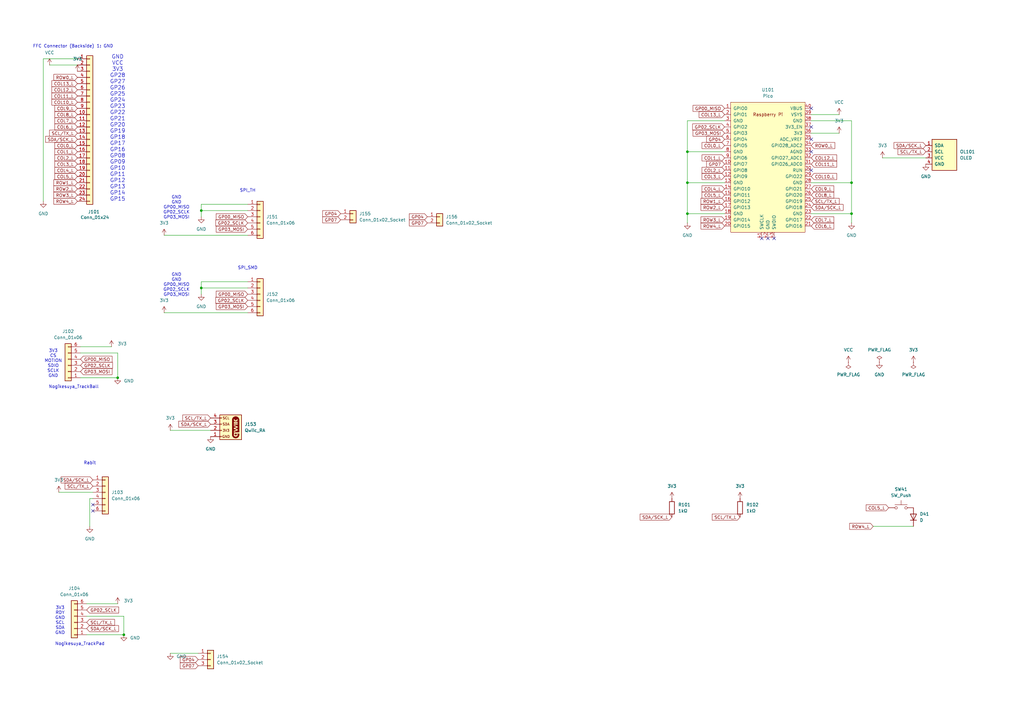
<source format=kicad_sch>
(kicad_sch (version 20250114) (generator "eeschema") (generator_version "9.0")
  (paper "A3")
  (lib_symbols
    (symbol "BrownSugar_KBD:OLED" (pin_names (offset 1.016))
      (property "Reference" "OL" (at 0 7.62 0))
      (property "Value" "OLED" (at 0 -7.62 0))
      (symbol "OLED_0_1"
        (rectangle (start -5.08 6.35) (end 5.08 -6.35) (stroke (width 0.254)) (fill (type background)))
      )
      (symbol "OLED_1_1"
        (pin bidirectional line (at -7.62 3.81 0) (length 2.54) (name "SDA") (number "1"))
        (pin bidirectional line (at -7.62 1.27 0) (length 2.54) (name "SCL") (number "2"))
        (pin power_in line (at -7.62 -1.27 0) (length 2.54) (name "VCC") (number "3"))
        (pin power_in line (at -7.62 -3.81 0) (length 2.54) (name "GND") (number "4"))
      )
    )
    (symbol "Connector_Generic:Conn_01x02" (pin_names (offset 1.016) (hide yes))
      (property "Reference" "J" (at 0 2.54 0))
      (property "Value" "Conn_01x02" (at 0 -5.08 0))
      (symbol "Conn_01x02_1_1"
        (rectangle (start -1.27 1.27) (end 1.27 -3.81) (stroke (width 0.254)) (fill (type background)))
        (rectangle (start -1.27 0.127) (end 0 -0.127) (stroke (width 0.1524)))
        (rectangle (start -1.27 -2.413) (end 0 -2.667) (stroke (width 0.1524)))
        (pin passive line (at -5.08 0 0) (length 3.81) (name "Pin_1") (number "1"))
        (pin passive line (at -5.08 -2.54 0) (length 3.81) (name "Pin_2") (number "2"))
      )
    )
    (symbol "Connector_Generic:Conn_01x03" (pin_names (offset 1.016) (hide yes))
      (property "Reference" "J" (at 0 5.08 0))
      (property "Value" "Conn_01x03" (at 0 -5.08 0))
      (symbol "Conn_01x03_1_1"
        (rectangle (start -1.27 3.81) (end 1.27 -3.81) (stroke (width 0.254)) (fill (type background)))
        (rectangle (start -1.27 2.667) (end 0 2.413) (stroke (width 0.1524)))
        (rectangle (start -1.27 0.127) (end 0 -0.127) (stroke (width 0.1524)))
        (rectangle (start -1.27 -2.413) (end 0 -2.667) (stroke (width 0.1524)))
        (pin passive line (at -5.08 2.54 0) (length 3.81) (name "Pin_1") (number "1"))
        (pin passive line (at -5.08 0 0) (length 3.81) (name "Pin_2") (number "2"))
        (pin passive line (at -5.08 -2.54 0) (length 3.81) (name "Pin_3") (number "3"))
      )
    )
    (symbol "Connector_Generic:Conn_01x06" (pin_names (offset 1.016) (hide yes))
      (property "Reference" "J" (at 0 7.62 0))
      (property "Value" "Conn_01x06" (at 0 -10.16 0))
      (symbol "Conn_01x06_1_1"
        (rectangle (start -1.27 6.35) (end 1.27 -8.89) (stroke (width 0.254)) (fill (type background)))
        (rectangle (start -1.27 5.207) (end 0 4.953) (stroke (width 0.1524)))
        (rectangle (start -1.27 2.667) (end 0 2.413) (stroke (width 0.1524)))
        (rectangle (start -1.27 0.127) (end 0 -0.127) (stroke (width 0.1524)))
        (rectangle (start -1.27 -2.413) (end 0 -2.667) (stroke (width 0.1524)))
        (rectangle (start -1.27 -4.953) (end 0 -5.207) (stroke (width 0.1524)))
        (rectangle (start -1.27 -7.493) (end 0 -7.747) (stroke (width 0.1524)))
        (pin passive line (at -5.08 5.08 0) (length 3.81) (name "Pin_1") (number "1"))
        (pin passive line (at -5.08 2.54 0) (length 3.81) (name "Pin_2") (number "2"))
        (pin passive line (at -5.08 0 0) (length 3.81) (name "Pin_3") (number "3"))
        (pin passive line (at -5.08 -2.54 0) (length 3.81) (name "Pin_4") (number "4"))
        (pin passive line (at -5.08 -5.08 0) (length 3.81) (name "Pin_5") (number "5"))
        (pin passive line (at -5.08 -7.62 0) (length 3.81) (name "Pin_6") (number "6"))
      )
    )
    (symbol "Connector_Generic:Conn_01x24" (pin_names (offset 1.016) (hide yes))
      (property "Reference" "J" (at 0 30.48 0))
      (property "Value" "Conn_01x24" (at 0 -33.02 0))
      (symbol "Conn_01x24_1_1"
        (rectangle (start -1.27 29.21) (end 1.27 -31.75) (stroke (width 0.254)) (fill (type background)))
        (rectangle (start -1.27 28.067) (end 0 27.813) (stroke (width 0.1524)))
        (rectangle (start -1.27 25.527) (end 0 25.273) (stroke (width 0.1524)))
        (rectangle (start -1.27 22.987) (end 0 22.733) (stroke (width 0.1524)))
        (rectangle (start -1.27 20.447) (end 0 20.193) (stroke (width 0.1524)))
        (rectangle (start -1.27 17.907) (end 0 17.653) (stroke (width 0.1524)))
        (rectangle (start -1.27 15.367) (end 0 15.113) (stroke (width 0.1524)))
        (rectangle (start -1.27 12.827) (end 0 12.573) (stroke (width 0.1524)))
        (rectangle (start -1.27 10.287) (end 0 10.033) (stroke (width 0.1524)))
        (rectangle (start -1.27 7.747) (end 0 7.493) (stroke (width 0.1524)))
        (rectangle (start -1.27 5.207) (end 0 4.953) (stroke (width 0.1524)))
        (rectangle (start -1.27 2.667) (end 0 2.413) (stroke (width 0.1524)))
        (rectangle (start -1.27 0.127) (end 0 -0.127) (stroke (width 0.1524)))
        (rectangle (start -1.27 -2.413) (end 0 -2.667) (stroke (width 0.1524)))
        (rectangle (start -1.27 -4.953) (end 0 -5.207) (stroke (width 0.1524)))
        (rectangle (start -1.27 -7.493) (end 0 -7.747) (stroke (width 0.1524)))
        (rectangle (start -1.27 -10.033) (end 0 -10.287) (stroke (width 0.1524)))
        (rectangle (start -1.27 -12.573) (end 0 -12.827) (stroke (width 0.1524)))
        (rectangle (start -1.27 -15.113) (end 0 -15.367) (stroke (width 0.1524)))
        (rectangle (start -1.27 -17.653) (end 0 -17.907) (stroke (width 0.1524)))
        (rectangle (start -1.27 -20.193) (end 0 -20.447) (stroke (width 0.1524)))
        (rectangle (start -1.27 -22.733) (end 0 -22.987) (stroke (width 0.1524)))
        (rectangle (start -1.27 -25.273) (end 0 -25.527) (stroke (width 0.1524)))
        (rectangle (start -1.27 -27.813) (end 0 -28.067) (stroke (width 0.1524)))
        (rectangle (start -1.27 -30.353) (end 0 -30.607) (stroke (width 0.1524)))
        (pin passive line (at -5.08 27.94 0) (length 3.81) (name "Pin_1") (number "1"))
        (pin passive line (at -5.08 25.4 0) (length 3.81) (name "Pin_2") (number "2"))
        (pin passive line (at -5.08 22.86 0) (length 3.81) (name "Pin_3") (number "3"))
        (pin passive line (at -5.08 20.32 0) (length 3.81) (name "Pin_4") (number "4"))
        (pin passive line (at -5.08 17.78 0) (length 3.81) (name "Pin_5") (number "5"))
        (pin passive line (at -5.08 15.24 0) (length 3.81) (name "Pin_6") (number "6"))
        (pin passive line (at -5.08 12.7 0) (length 3.81) (name "Pin_7") (number "7"))
        (pin passive line (at -5.08 10.16 0) (length 3.81) (name "Pin_8") (number "8"))
        (pin passive line (at -5.08 7.62 0) (length 3.81) (name "Pin_9") (number "9"))
        (pin passive line (at -5.08 5.08 0) (length 3.81) (name "Pin_10") (number "10"))
        (pin passive line (at -5.08 2.54 0) (length 3.81) (name "Pin_11") (number "11"))
        (pin passive line (at -5.08 0 0) (length 3.81) (name "Pin_12") (number "12"))
        (pin passive line (at -5.08 -2.54 0) (length 3.81) (name "Pin_13") (number "13"))
        (pin passive line (at -5.08 -5.08 0) (length 3.81) (name "Pin_14") (number "14"))
        (pin passive line (at -5.08 -7.62 0) (length 3.81) (name "Pin_15") (number "15"))
        (pin passive line (at -5.08 -10.16 0) (length 3.81) (name "Pin_16") (number "16"))
        (pin passive line (at -5.08 -12.7 0) (length 3.81) (name "Pin_17") (number "17"))
        (pin passive line (at -5.08 -15.24 0) (length 3.81) (name "Pin_18") (number "18"))
        (pin passive line (at -5.08 -17.78 0) (length 3.81) (name "Pin_19") (number "19"))
        (pin passive line (at -5.08 -20.32 0) (length 3.81) (name "Pin_20") (number "20"))
        (pin passive line (at -5.08 -22.86 0) (length 3.81) (name "Pin_21") (number "21"))
        (pin passive line (at -5.08 -25.4 0) (length 3.81) (name "Pin_22") (number "22"))
        (pin passive line (at -5.08 -27.94 0) (length 3.81) (name "Pin_23") (number "23"))
        (pin passive line (at -5.08 -30.48 0) (length 3.81) (name "Pin_24") (number "24"))
      )
    )
    (symbol "Device:D" (pin_numbers (hide yes)) (pin_names (offset 1.016) (hide yes))
      (property "Reference" "D" (at 0 2.54 0))
      (property "Value" "D" (at 0 -2.54 0))
      (symbol "D_0_1"
        (polyline (pts (xy -1.27 1.27) (xy -1.27 -1.27)) (stroke (width 0.254)))
        (polyline (pts (xy 1.27 1.27) (xy 1.27 -1.27) (xy -1.27 0) (xy 1.27 1.27)) (stroke (width 0.254)))
        (polyline (pts (xy 1.27 0) (xy -1.27 0)))
      )
      (symbol "D_1_1"
        (pin passive line (at -3.81 0 0) (length 2.54) (name "K") (number "1"))
        (pin passive line (at 3.81 0 180) (length 2.54) (name "A") (number "2"))
      )
    )
    (symbol "Device:R" (pin_numbers (hide yes)) (pin_names (offset 0))
      (property "Reference" "R" (at 2.032 0 90))
      (property "Value" "R" (at 0 0 90))
      (symbol "R_0_1"
        (rectangle (start -1.016 -2.54) (end 1.016 2.54) (stroke (width 0.254)))
      )
      (symbol "R_1_1"
        (pin passive line (at 0 3.81 270) (length 1.27) (name "~") (number "1"))
        (pin passive line (at 0 -3.81 90) (length 1.27) (name "~") (number "2"))
      )
    )
    (symbol "RPi_Pico:Pico" (pin_names (offset 1.016))
      (property "Reference" "U" (at -13.97 27.94 0))
      (property "Value" "Pico" (at 0 19.05 0))
      (symbol "Pico_0_0"
        (text "Raspberry Pi" (at 0 21.59 0) (effects (font (size 1.27 1.27))))
      )
      (symbol "Pico_0_1"
        (rectangle (start -15.24 26.67) (end 15.24 -26.67) (fill (type background)))
      )
      (symbol "Pico_1_1"
        (pin bidirectional line (at -17.78 24.13 0) (length 2.54) (name "GPIO0") (number "1"))
        (pin bidirectional line (at -17.78 21.59 0) (length 2.54) (name "GPIO1") (number "2"))
        (pin power_in line (at -17.78 19.05 0) (length 2.54) (name "GND") (number "3"))
        (pin bidirectional line (at -17.78 16.51 0) (length 2.54) (name "GPIO2") (number "4"))
        (pin bidirectional line (at -17.78 13.97 0) (length 2.54) (name "GPIO3") (number "5"))
        (pin bidirectional line (at -17.78 11.43 0) (length 2.54) (name "GPIO4") (number "6"))
        (pin bidirectional line (at -17.78 8.89 0) (length 2.54) (name "GPIO5") (number "7"))
        (pin power_in line (at -17.78 6.35 0) (length 2.54) (name "GND") (number "8"))
        (pin bidirectional line (at -17.78 3.81 0) (length 2.54) (name "GPIO6") (number "9"))
        (pin bidirectional line (at -17.78 1.27 0) (length 2.54) (name "GPIO7") (number "10"))
        (pin bidirectional line (at -17.78 -1.27 0) (length 2.54) (name "GPIO8") (number "11"))
        (pin bidirectional line (at -17.78 -3.81 0) (length 2.54) (name "GPIO9") (number "12"))
        (pin power_in line (at -17.78 -6.35 0) (length 2.54) (name "GND") (number "13"))
        (pin bidirectional line (at -17.78 -8.89 0) (length 2.54) (name "GPIO10") (number "14"))
        (pin bidirectional line (at -17.78 -11.43 0) (length 2.54) (name "GPIO11") (number "15"))
        (pin bidirectional line (at -17.78 -13.97 0) (length 2.54) (name "GPIO12") (number "16"))
        (pin bidirectional line (at -17.78 -16.51 0) (length 2.54) (name "GPIO13") (number "17"))
        (pin power_in line (at -17.78 -19.05 0) (length 2.54) (name "GND") (number "18"))
        (pin bidirectional line (at -17.78 -21.59 0) (length 2.54) (name "GPIO14") (number "19"))
        (pin bidirectional line (at -17.78 -24.13 0) (length 2.54) (name "GPIO15") (number "20"))
        (pin input line (at -2.54 -29.21 90) (length 2.54) (name "SWCLK") (number "41"))
        (pin power_in line (at 0 -29.21 90) (length 2.54) (name "GND") (number "42"))
        (pin bidirectional line (at 2.54 -29.21 90) (length 2.54) (name "SWDIO") (number "43"))
        (pin unspecified line (at 17.78 24.13 180) (length 2.54) (name "VBUS") (number "40"))
        (pin unspecified line (at 17.78 21.59 180) (length 2.54) (name "VSYS") (number "39"))
        (pin bidirectional line (at 17.78 19.05 180) (length 2.54) (name "GND") (number "38"))
        (pin input line (at 17.78 16.51 180) (length 2.54) (name "3V3_EN") (number "37"))
        (pin unspecified line (at 17.78 13.97 180) (length 2.54) (name "3V3") (number "36"))
        (pin unspecified line (at 17.78 11.43 180) (length 2.54) (name "ADC_VREF") (number "35"))
        (pin bidirectional line (at 17.78 8.89 180) (length 2.54) (name "GPIO28_ADC2") (number "34"))
        (pin power_in line (at 17.78 6.35 180) (length 2.54) (name "AGND") (number "33"))
        (pin bidirectional line (at 17.78 3.81 180) (length 2.54) (name "GPIO27_ADC1") (number "32"))
        (pin bidirectional line (at 17.78 1.27 180) (length 2.54) (name "GPIO26_ADC0") (number "31"))
        (pin input line (at 17.78 -1.27 180) (length 2.54) (name "RUN") (number "30"))
        (pin bidirectional line (at 17.78 -3.81 180) (length 2.54) (name "GPIO22") (number "29"))
        (pin power_in line (at 17.78 -6.35 180) (length 2.54) (name "GND") (number "28"))
        (pin bidirectional line (at 17.78 -8.89 180) (length 2.54) (name "GPIO21") (number "27"))
        (pin bidirectional line (at 17.78 -11.43 180) (length 2.54) (name "GPIO20") (number "26"))
        (pin bidirectional line (at 17.78 -13.97 180) (length 2.54) (name "GPIO19") (number "25"))
        (pin bidirectional line (at 17.78 -16.51 180) (length 2.54) (name "GPIO18") (number "24"))
        (pin power_in line (at 17.78 -19.05 180) (length 2.54) (name "GND") (number "23"))
        (pin bidirectional line (at 17.78 -21.59 180) (length 2.54) (name "GPIO17") (number "22"))
        (pin bidirectional line (at 17.78 -24.13 180) (length 2.54) (name "GPIO16") (number "21"))
      )
    )
    (symbol "SparkFun-Connector:Qwiic_Right_Angle" (pin_names (offset 1.016) (hide yes))
      (property "Reference" "J" (at 0 5.08 0))
      (property "Value" "Qwiic_RA" (at 0 -7.62 0))
      (symbol "Qwiic_Right_Angle_0_0"
        (polyline (pts (xy 5.6514 -4.1459) (xy 5.6299 -4.0654) (xy 5.5924 -3.9985) (xy 5.5373 -3.9428) (xy 5.4632 -3.8962) (xy 5.4394 -3.8843) (xy 5.402 -3.8678) (xy 5.3681 -3.8578) (xy 5.3294 -3.8521) (xy 5.2774 -3.8485) (xy 5.2184 -3.8474) (xy 5.1227 -3.8564) (xy 5.0405 -3.8803) (xy 4.9695 -3.9199) (xy 4.9078 -3.9759) (xy 4.8937 -3.9923) (xy 4.8535 -4.0549) (xy 4.8308 -4.124) (xy 4.8237 -4.2048) (xy 4.8239 -4.222) (xy 4.8343 -4.3011) (xy 4.8608 -4.3692) (xy 4.9051 -4.4308) (xy 4.9328 -4.4589) (xy 5.0009 -4.509) (xy 5.0793 -4.5424) (xy 5.1699 -4.5595) (xy 5.2745 -4.5612) (xy 5.3262 -4.5564) (xy 5.4199 -4.5347) (xy 5.4992 -4.4971) (xy 5.5638 -4.444) (xy 5.6131 -4.3757) (xy 5.6467 -4.2926) (xy 5.65 -4.2788) (xy 5.656 -4.2325) (xy 5.6563 -4.1875) (xy 5.6514 -4.1459)) (stroke (width 0.01)) (fill (type outline)))
        (polyline (pts (xy 6.6693 -0.6791) (xy 6.666 1.9332) (xy 6.6418 2.0386) (xy 6.6301 2.0866) (xy 6.5791 2.2527) (xy 6.5141 2.404) (xy 6.4337 2.5432) (xy 6.3364 2.673) (xy 6.2208 2.7959) (xy 6.1699 2.8428) (xy 6.0305 2.9527) (xy 5.8839 3.0422) (xy 5.7295 3.1115) (xy 5.5668 3.1608) (xy 5.3953 3.1902) (xy 5.2146 3.1999) (xy 5.1695 3.1994) (xy 5.0056 3.1868) (xy 4.8507 3.1568) (xy 4.7006 3.1083) (xy 4.5508 3.0404) (xy 4.5104 3.0187) (xy 4.3609 2.9237) (xy 4.2262 2.8129) (xy 4.1067 2.6872) (xy 4.0032 2.5475) (xy 3.9162 2.3947) (xy 3.8466 2.2295) (xy 3.7947 2.0528) (xy 3.7931 2.0453) (xy 3.7912 2.0356) (xy 3.7895 2.0242) (xy 3.7879 2.0106) (xy 3.7864 1.9938) (xy 3.785 1.9733) (xy 3.7837 1.9481) (xy 3.7825 1.9176) (xy 3.7815 1.8811) (xy 3.7805 1.8377) (xy 3.7796 1.7868) (xy 3.7789 1.7275) (xy 3.7781 1.6592) (xy 3.7775 1.5811) (xy 3.777 1.4925) (xy 3.7765 1.3925) (xy 3.7761 1.2805) (xy 3.7757 1.1557) (xy 3.7754 1.0174) (xy 3.7751 0.8648) (xy 3.7749 0.6972) (xy 3.7748 0.5138) (xy 3.7746 0.3139) (xy 3.7745 0.0967) (xy 3.7745 -0.1385) (xy 3.7744 -0.3925) (xy 3.7744 -0.666) (xy 3.7744 -0.9597) (xy 3.7744 -1.2744) (xy 3.7744 -4.5147) (xy 3.8041 -4.6318) (xy 3.8237 -4.7026) (xy 3.8837 -4.868) (xy 3.9606 -5.0206) (xy 4.0556 -5.1623) (xy 4.1695 -5.2947) (xy 4.2945 -5.4115) (xy 4.4355 -5.5159) (xy 4.5859 -5.6007) (xy 4.7459 -5.6661) (xy 4.916 -5.7122) (xy 5.0965 -5.7394) (xy 5.2571 -5.7442) (xy 5.4226 -5.7293) (xy 5.5891 -5.6949) (xy 5.7533 -5.6416) (xy 5.8236 -5.6121) (xy 5.9729 -5.5329) (xy 6.1112 -5.4365) (xy 6.237 -5.3244) (xy 6.3494 -5.1984) (xy 6.4469 -5.0601) (xy 6.5284 -4.9112) (xy 6.5926 -4.7532) (xy 6.6384 -4.5879) (xy 6.6645 -4.4168) (xy 6.6652 -4.405) (xy 6.6664 -4.3703) (xy 6.6676 -4.3199) (xy 6.6687 -4.2572) (xy 6.6696 -4.1859) (xy 6.6703 -4.1097) (xy 6.6721 -3.846) (xy 6.2655 -3.846) (xy 5.8589 -3.846) (xy 5.9219 -3.9104) (xy 5.9349 -3.9241) (xy 6.0001 -4.0112) (xy 6.0471 -4.1097) (xy 6.0754 -4.2189) (xy 6.085 -4.338) (xy 6.0781 -4.4509) (xy 6.0523 -4.5755) (xy 6.0066 -4.6941) (xy 5.952 -4.7864) (xy 5.8765 -4.8752) (xy 5.7858 -4.9517) (xy 5.6826 -5.0132) (xy 5.6313 -5.0372) (xy 5.5644 -5.0638) (xy 5.4981 -5.0834) (xy 5.4249 -5.0981) (xy 5.3375 -5.1098) (xy 5.2452 -5.1158) (xy 5.122 -5.1113) (xy 5.0004 -5.0938) (xy 4.8864 -5.0641) (xy 4.7856 -5.0232) (xy 4.6831 -4.9619) (xy 4.5878 -4.8817) (xy 4.5089 -4.7878) (xy 4.4472 -4.6811) (xy 4.4036 -4.5627) (xy 4.4031 -4.5611) (xy 4.3912 -4.4987) (xy 4.3845 -4.4244) (xy 4.3831 -4.3446) (xy 4.3869 -4.2661) (xy 4.3957 -4.1956) (xy 4.4094 -4.1396) (xy 4.4322 -4.082) (xy 4.485 -3.9879) (xy 4.5552 -3.9031) (xy 4.6109 -3.846) (xy 4.5052 -3.846) (xy 4.3996 -3.846) (xy 4.3996 -3.5687) (xy 4.3996 -3.2914) (xy 4.405 -3.2914) (xy 4.405 -3.2023) (xy 4.4021 -2.9296) (xy 4.4018 -2.8964) (xy 4.4015 -2.8076) (xy 4.4023 -2.7393) (xy 4.4041 -2.6908) (xy 4.407 -2.6611) (xy 4.4111 -2.6495) (xy 4.4137 -2.6484) (xy 4.434 -2.6418) (xy 4.4723 -2.6298) (xy 4.5268 -2.6132) (xy 4.5954 -2.5924) (xy 4.6761 -2.5683) (xy 4.767 -2.5412) (xy 4.866 -2.5118) (xy 4.9713 -2.4808) (xy 5.0173 -2.4672) (xy 5.119 -2.4369) (xy 5.2131 -2.4086) (xy 5.2977 -2.3828) (xy 5.3709 -2.3601) (xy 5.4307 -2.3411) (xy 5.4753 -2.3264) (xy 5.5029 -2.3166) (xy 5.5114 -2.3123) (xy 5.505 -2.3098) (xy 5.4796 -2.3016) (xy 5.4371 -2.2885) (xy 5.3794 -2.2711) (xy 5.3088 -2.2502) (xy 5.2275 -2.2264) (xy 5.1375 -2.2002) (xy 5.0411 -2.1724) (xy 4.9851 -2.1562) (xy 4.8864 -2.1278) (xy 4.7926 -2.1007) (xy 4.7062 -2.0757) (xy 4.63 -2.0536) (xy 4.5666 -2.0351) (xy 4.5187 -2.0211) (xy 4.4891 -2.0123) (xy 4.3992 -1.9852) (xy 4.4021 -1.7229) (xy 4.405 -1.4606) (xy 4.5844 -1.4084) (xy 4.6163 -1.3992) (xy 4.7739 -1.3533) (xy 4.9121 -1.3131) (xy 5.0321 -1.278) (xy 5.1352 -1.2478) (xy 5.2224 -1.2221) (xy 5.2951 -1.2004) (xy 5.3545 -1.1824) (xy 5.4018 -1.1676) (xy 5.4382 -1.1558) (xy 5.465 -1.1465) (xy 5.4834 -1.1392) (xy 5.4945 -1.1338) (xy 5.4997 -1.1296) (xy 5.5001 -1.1264) (xy 5.497 -1.1238) (xy 5.4915 -1.1214) (xy 5.4896 -1.1207) (xy 5.4687 -1.114) (xy 5.4296 -1.1019) (xy 5.3743 -1.0851) (xy 5.3049 -1.0643) (xy 5.2237 -1.04) (xy 5.1326 -1.013) (xy 5.0339 -0.9838) (xy 4.9297 -0.9531) (xy 4.3996 -0.7973) (xy 4.3996 -0.533) (xy 4.3997 -0.479) (xy 4.4004 -0.4111) (xy 4.4015 -0.3532) (xy 4.4029 -0.3082) (xy 4.4047 -0.279) (xy 4.4066 -0.2687) (xy 4.409 -0.2694) (xy 4.4284 -0.2761) (xy 4.4661 -0.2895) (xy 4.5204 -0.309) (xy 4.5899 -0.3341) (xy 4.6729 -0.3642) (xy 4.7681 -0.3988) (xy 4.8737 -0.4372) (xy 4.9883 -0.479) (xy 5.1104 -0.5236) (xy 5.2384 -0.5703) (xy 6.0632 -0.872) (xy 6.0632 -0.1926) (xy 5.2314 -0.1926) (xy 4.3996 -0.1926) (xy 4.3996 0.0793) (xy 4.3996 0.3511) (xy 5.2314 0.3511) (xy 6.0632 0.3511) (xy 6.0632 0.4598) (xy 5.2314 0.4598) (xy 4.3996 0.4598) (xy 4.3996 0.7317) (xy 4.3996 1.0035) (xy 5.2314 1.0035) (xy 5.2368 1.0035) (xy 5.2368 1.1177) (xy 5.1465 1.1192) (xy 5.0667 1.1248) (xy 4.9975 1.1357) (xy 4.9332 1.1532) (xy 4.8683 1.1784) (xy 4.7971 1.2126) (xy 4.7662 1.2298) (xy 4.6808 1.2903) (xy 4.6008 1.3651) (xy 4.5314 1.4489) (xy 4.4781 1.5363) (xy 4.4686 1.5557) (xy 4.4306 1.6462) (xy 4.4052 1.7353) (xy 4.3905 1.8304) (xy 4.385 1.9386) (xy 4.3833 2.0745) (xy 4.6089 2.0775) (xy 4.8345 2.0804) (xy 4.8348 1.9959) (xy 4.8368 1.9483) (xy 4.8488 1.8858) (xy 4.8738 1.8316) (xy 4.9144 1.7788) (xy 4.9734 1.7289) (xy 5.0458 1.6921) (xy 5.1277 1.6689) (xy 5.215 1.6593) (xy 5.3038 1.6635) (xy 5.3902 1.6815) (xy 5.4702 1.7136) (xy 5.54 1.7597) (xy 5.5733 1.7923) (xy 5.6073 1.844) (xy 5.628 1.9066) (xy 5.6372 1.9843) (xy 5.6418 2.0804) (xy 5.8607 2.0775) (xy 6.0795 2.0745) (xy 6.0811 1.9712) (xy 6.0811 1.9207) (xy 6.0739 1.8134) (xy 6.0554 1.7157) (xy 6.024 1.6204) (xy 5.9781 1.5204) (xy 5.9341 1.4457) (xy 5.8571 1.3499) (xy 5.7651 1.2695) (xy 5.6591 1.2056) (xy 5.6251 1.1892) (xy 5.5646 1.1627) (xy 5.5097 1.1435) (xy 5.4549 1.1305) (xy 5.3948 1.1226) (xy 5.3239 1.1188) (xy 5.2368 1.1177) (xy 5.2368 1.0035) (xy 6.0632 1.0035) (xy 6.0632 0.7317) (xy 6.0632 0.4598) (xy 6.0632 0.3511) (xy 6.0632 0.0793) (xy 6.0632 -0.1926) (xy 6.0632 -0.872) (xy 6.0632 -1.1439) (xy 6.0632 -1.4158) (xy 5.552 -1.5728) (xy 5.5357 -1.5778) (xy 5.4361 -1.6086) (xy 5.3436 -1.6376) (xy 5.2603 -1.6641) (xy 5.1881 -1.6874) (xy 5.129 -1.707) (xy 5.0848 -1.7222) (xy 5.0575 -1.7324) (xy 5.0491 -1.7369) (xy 5.0493 -1.737) (xy 5.0624 -1.742) (xy 5.094 -1.7527) (xy 5.1423 -1.7684) (xy 5.2051 -1.7886) (xy 5.2803 -1.8124) (xy 5.3659 -1.8394) (xy 5.46 -1.8688) (xy 5.5603 -1.9) (xy 6.0632 -2.0559) (xy 6.063 -2.3284) (xy 6.0628 -2.601) (xy 5.2339 -2.9017) (xy 4.405 -3.2023) (xy 4.405 -3.2914) (xy 5.5361 -3.2914) (xy 6.6725 -3.2914) (xy 6.6693 -0.6791)) (stroke (width 0.01)) (fill (type outline)))
      )
      (symbol "Qwiic_Right_Angle_1_1"
        (rectangle (start -1.27 3.81) (end 7.62 -6.35) (stroke (width 0.254)) (fill (type background)))
        (rectangle (start -1.27 2.667) (end -0.508 2.413) (stroke (width 0.1524)))
        (rectangle (start -1.27 0.127) (end -0.508 -0.127) (stroke (width 0.1524)))
        (rectangle (start -1.27 -2.413) (end -0.508 -2.667) (stroke (width 0.1524)))
        (rectangle (start -1.27 -4.953) (end -0.508 -5.207) (stroke (width 0.1524)))
        (text "SCL" (at 1.27 2.54 0) (effects (font (size 1 1))))
        (text "SDA" (at 1.27 0 0) (effects (font (size 1 1))))
        (text "3V3" (at 1.27 -2.54 0) (effects (font (size 1 1))))
        (text "GND" (at 1.27 -5.08 0) (effects (font (size 1 1))))
        (pin passive line (at -5.08 2.54 0) (length 3.81) (name "Pin_4") (number "4"))
        (pin passive line (at -5.08 0 0) (length 3.81) (name "Pin_3") (number "3"))
        (pin passive line (at -5.08 -2.54 0) (length 3.81) (name "Pin_2") (number "2"))
        (pin passive line (at -5.08 -5.08 0) (length 3.81) (name "Pin_1") (number "1"))
        (pin no_connect line (at 5.08 3.81 270) (length 2.54) (hide yes) (name "NC") (number "NC1"))
        (pin no_connect line (at 6.35 3.81 270) (length 2.54) (hide yes) (name "NC") (number "NC2"))
      )
    )
    (symbol "Switch:SW_Push" (pin_numbers (hide yes)) (pin_names (offset 1.016) (hide yes))
      (property "Reference" "SW" (at 1.27 2.54 0))
      (property "Value" "SW_Push" (at 0 -1.524 0))
      (symbol "SW_Push_0_1"
        (circle (center -2.032 0) (radius 0.508))
        (polyline (pts (xy 0 1.27) (xy 0 3.048)))
        (circle (center 2.032 0) (radius 0.508))
        (polyline (pts (xy 2.54 1.27) (xy -2.54 1.27)))
        (pin passive line (at -5.08 0 0) (length 2.54) (name "1") (number "1"))
        (pin passive line (at 5.08 0 180) (length 2.54) (name "2") (number "2"))
      )
    )
    (symbol "power:GND" (power) (pin_numbers (hide yes)) (pin_names (offset 0) (hide yes))
      (property "Value" "GND" (at 0 -3.81 0))
      (symbol "GND_0_1"
        (polyline (pts (xy 0 0) (xy 0 -1.27) (xy 1.27 -1.27) (xy 0 -2.54) (xy -1.27 -1.27) (xy 0 -1.27)))
      )
      (symbol "GND_1_1"
        (pin power_in line (at 0 0 270) (length 0) (name "~") (number "1"))
      )
    )
    (symbol "power:PWR_FLAG" (power) (pin_numbers (hide yes)) (pin_names (offset 0) (hide yes))
      (property "Value" "PWR_FLAG" (at 0 3.81 0))
      (symbol "PWR_FLAG_0_0"
        (pin power_out line (at 0 0 90) (length 0) (name "~") (number "1"))
      )
      (symbol "PWR_FLAG_0_1"
        (polyline (pts (xy 0 0) (xy 0 1.27) (xy -1.016 1.905) (xy 0 2.54) (xy 1.016 1.905) (xy 0 1.27)))
      )
    )
    (symbol "power:VCC" (power) (pin_numbers (hide yes)) (pin_names (offset 0) (hide yes))
      (property "Value" "VCC" (at 0 3.556 0))
      (symbol "VCC_0_1"
        (polyline (pts (xy -0.762 1.27) (xy 0 2.54)))
        (polyline (pts (xy 0 2.54) (xy 0.762 1.27)))
        (polyline (pts (xy 0 0) (xy 0 2.54)))
      )
      (symbol "VCC_1_1"
        (pin power_in line (at 0 0 90) (length 0) (name "~") (number "1"))
      )
    )
  )
  (text "Nogikesuya_TrackPad" (at 32.766 264.16 0) (effects (font (size 1.27 1.27))))
  (text "SPI_SMD" (at 101.6 109.982 0) (effects (font (size 1.27 1.27))))
  (text "GND\nGND\nGP00_MISO\nGP02_SCLK\nGP03_MOSI" (at 72.39 85.09 0) (effects (font (size 1.27 1.27))))
  (text "Rabit" (at 36.83 189.992 0) (effects (font (size 1.27 1.27))))
  (text "3V3\nRDY\nGND\nSCL\nSDA\nGND" (at 24.638 254.508 0) (effects (font (size 1.27 1.27))))
  (text "SPI_TH" (at 101.6 78.232 0) (effects (font (size 1.27 1.27))))
  (text "Nogikesuya_TrackBall\n" (at 30.226 158.75 0) (effects (font (size 1.27 1.27))))
  (text "3V3\nCS\nMOTION\nSDIO\nSCLK\nGND" (at 21.844 149.098 0) (effects (font (size 1.27 1.27))))
  (text "FFC Connector (Backside) １: GND" (at 29.972 19.05 0) (effects (font (size 1.27 1.27))))
  (text "GND\nGND\nGP00_MISO\nGP02_SCLK\nGP03_MOSI" (at 72.39 116.84 0) (effects (font (size 1.27 1.27))))
  (text "GND\nVCC\n3V3\nGP28\nGP27\nGP26\nGP25\nGP24\nGP23\nGP22\nGP21\nGP20\nGP19\nGP18\nGP17\nGP16\nGP08\nGP09\nGP10\nGP11\nGP12\nGP13\nGP14\nGP15" (at 48.26 52.578 0) (effects (font (size 1.5748 1.5748))))
  (junction (at 281.94 74.93))
  (junction (at 349.25 74.93))
  (junction (at 82.55 86.36))
  (junction (at 48.26 154.94))
  (junction (at 349.25 87.63))
  (junction (at 281.94 62.23))
  (junction (at 281.94 87.63))
  (junction (at 82.55 118.11))
  (junction (at 50.8 260.35))
  (no_connect (at 317.5 97.79))
  (no_connect (at 332.74 69.85))
  (no_connect (at 332.74 44.45))
  (no_connect (at 38.1 207.01))
  (no_connect (at 332.74 52.07))
  (no_connect (at 314.96 97.79))
  (no_connect (at 312.42 97.79))
  (no_connect (at 38.1 209.55))
  (no_connect (at 332.74 62.23))
  (no_connect (at 332.74 57.15))
  (wire (pts (xy 297.18 49.53) (xy 281.94 49.53)))
  (wire (pts (xy 82.55 115.57) (xy 82.55 118.11)))
  (wire (pts (xy 67.31 96.52) (xy 101.6 96.52)))
  (wire (pts (xy 82.55 118.11) (xy 101.6 118.11)))
  (wire (pts (xy 349.25 49.53) (xy 349.25 74.93)))
  (wire (pts (xy 332.74 87.63) (xy 349.25 87.63)))
  (wire (pts (xy 281.94 87.63) (xy 297.18 87.63)))
  (wire (pts (xy 24.13 201.93) (xy 38.1 201.93)))
  (wire (pts (xy 349.25 91.44) (xy 349.25 87.63)))
  (wire (pts (xy 344.17 54.61) (xy 332.74 54.61)))
  (wire (pts (xy 82.55 118.11) (xy 82.55 120.65)))
  (wire (pts (xy 35.56 252.73) (xy 50.8 252.73)))
  (wire (pts (xy 349.25 74.93) (xy 349.25 87.63)))
  (wire (pts (xy 358.14 215.9) (xy 374.65 215.9)))
  (wire (pts (xy 33.02 144.78) (xy 48.26 144.78)))
  (wire (pts (xy 82.55 83.82) (xy 82.55 86.36)))
  (wire (pts (xy 17.78 24.13) (xy 17.78 82.55)))
  (wire (pts (xy 332.74 49.53) (xy 349.25 49.53)))
  (wire (pts (xy 48.26 144.78) (xy 48.26 154.94)))
  (wire (pts (xy 281.94 49.53) (xy 281.94 62.23)))
  (wire (pts (xy 82.55 86.36) (xy 101.6 86.36)))
  (wire (pts (xy 281.94 74.93) (xy 281.94 87.63)))
  (wire (pts (xy 69.85 176.53) (xy 86.36 176.53)))
  (wire (pts (xy 361.95 64.77) (xy 379.73 64.77)))
  (wire (pts (xy 69.85 267.97) (xy 81.28 267.97)))
  (wire (pts (xy 48.26 154.94) (xy 33.02 154.94)))
  (wire (pts (xy 20.32 26.67) (xy 31.75 26.67)))
  (wire (pts (xy 50.8 260.35) (xy 35.56 260.35)))
  (wire (pts (xy 36.83 204.47) (xy 38.1 204.47)))
  (wire (pts (xy 36.83 215.9) (xy 36.83 204.47)))
  (wire (pts (xy 344.17 46.99) (xy 332.74 46.99)))
  (wire (pts (xy 281.94 62.23) (xy 297.18 62.23)))
  (wire (pts (xy 281.94 74.93) (xy 297.18 74.93)))
  (wire (pts (xy 332.74 74.93) (xy 349.25 74.93)))
  (wire (pts (xy 82.55 86.36) (xy 82.55 88.9)))
  (wire (pts (xy 35.56 247.65) (xy 48.26 247.65)))
  (wire (pts (xy 33.02 142.24) (xy 45.72 142.24)))
  (wire (pts (xy 50.8 252.73) (xy 50.8 260.35)))
  (wire (pts (xy 67.31 128.27) (xy 101.6 128.27)))
  (wire (pts (xy 101.6 115.57) (xy 82.55 115.57)))
  (wire (pts (xy 31.75 24.13) (xy 17.78 24.13)))
  (wire (pts (xy 281.94 62.23) (xy 281.94 74.93)))
  (wire (pts (xy 101.6 83.82) (xy 82.55 83.82)))
  (wire (pts (xy 281.94 87.63) (xy 281.94 91.44)))
  (global_label "COL7_L" (shape input) (at 332.74 90.17 0) (property "Intersheetrefs" "${INTERSHEET_REFS}" (effects (hide yes))))
  (global_label "SCL{slash}TX_L" (shape input) (at 332.74 82.55 0) (property "Intersheetrefs" "${INTERSHEET_REFS}" (effects (hide yes))))
  (global_label "COL1_L" (shape input) (at 297.18 64.77 180) (property "Intersheetrefs" "${INTERSHEET_REFS}" (effects (hide yes))))
  (global_label "ROW4_L" (shape input) (at 31.75 82.55 180) (property "Intersheetrefs" "${INTERSHEET_REFS}" (effects (hide yes))))
  (global_label "COL11_L" (shape input) (at 31.75 39.37 180) (property "Intersheetrefs" "${INTERSHEET_REFS}" (effects (hide yes))))
  (global_label "GP00_MISO" (shape input) (at 33.02 147.32 0) (property "Intersheetrefs" "${INTERSHEET_REFS}" (effects (hide yes))))
  (global_label "GP02_SCLK" (shape input) (at 297.18 52.07 180) (property "Intersheetrefs" "${INTERSHEET_REFS}" (effects (hide yes))))
  (global_label "COL5_L" (shape input) (at 297.18 80.01 180) (property "Intersheetrefs" "${INTERSHEET_REFS}" (effects (hide yes))))
  (global_label "COL2_L" (shape input) (at 297.18 69.85 180) (property "Intersheetrefs" "${INTERSHEET_REFS}" (effects (hide yes))))
  (global_label "SCL{slash}TX_L" (shape input) (at 31.75 54.61 180) (property "Intersheetrefs" "${INTERSHEET_REFS}" (effects (hide yes))))
  (global_label "GP04" (shape input) (at 297.18 57.15 180) (property "Intersheetrefs" "${INTERSHEET_REFS}" (effects (hide yes))))
  (global_label "ROW0_L" (shape input) (at 332.74 59.69 0) (property "Intersheetrefs" "${INTERSHEET_REFS}" (effects (hide yes))))
  (global_label "ROW3_L" (shape input) (at 31.75 80.01 180) (property "Intersheetrefs" "${INTERSHEET_REFS}" (effects (hide yes))))
  (global_label "COL5_L" (shape input) (at 31.75 72.39 180) (property "Intersheetrefs" "${INTERSHEET_REFS}" (effects (hide yes))))
  (global_label "COL11_L" (shape input) (at 332.74 67.31 0) (property "Intersheetrefs" "${INTERSHEET_REFS}" (effects (hide yes))))
  (global_label "COL12_L" (shape input) (at 31.75 36.83 180) (property "Intersheetrefs" "${INTERSHEET_REFS}" (effects (hide yes))))
  (global_label "GP03_MOSI" (shape input) (at 33.02 152.4 0) (property "Intersheetrefs" "${INTERSHEET_REFS}" (effects (hide yes))))
  (global_label "COL1_L" (shape input) (at 31.75 62.23 180) (property "Intersheetrefs" "${INTERSHEET_REFS}" (effects (hide yes))))
  (global_label "COL3_L" (shape input) (at 31.75 67.31 180) (property "Intersheetrefs" "${INTERSHEET_REFS}" (effects (hide yes))))
  (global_label "ROW4_L" (shape input) (at 358.14 215.9 180) (property "Intersheetrefs" "${INTERSHEET_REFS}" (effects (hide yes))))
  (global_label "COL12_L" (shape input) (at 332.74 64.77 0) (property "Intersheetrefs" "${INTERSHEET_REFS}" (effects (hide yes))))
  (global_label "SDA{slash}SCK_L" (shape input) (at 31.75 57.15 180) (property "Intersheetrefs" "${INTERSHEET_REFS}" (effects (hide yes))))
  (global_label "COL2_L" (shape input) (at 31.75 64.77 180) (property "Intersheetrefs" "${INTERSHEET_REFS}" (effects (hide yes))))
  (global_label "ROW2_L" (shape input) (at 31.75 77.47 180) (property "Intersheetrefs" "${INTERSHEET_REFS}" (effects (hide yes))))
  (global_label "GP04" (shape input) (at 175.26 88.9 180) (property "Intersheetrefs" "${INTERSHEET_REFS}" (effects (hide yes))))
  (global_label "COL0_L" (shape input) (at 31.75 59.69 180) (property "Intersheetrefs" "${INTERSHEET_REFS}" (effects (hide yes))))
  (global_label "GP07" (shape input) (at 297.18 67.31 180) (property "Intersheetrefs" "${INTERSHEET_REFS}" (effects (hide yes))))
  (global_label "ROW1_L" (shape input) (at 31.75 74.93 180) (property "Intersheetrefs" "${INTERSHEET_REFS}" (effects (hide yes))))
  (global_label "COL8_L" (shape input) (at 31.75 46.99 180) (property "Intersheetrefs" "${INTERSHEET_REFS}" (effects (hide yes))))
  (global_label "COL4_L" (shape input) (at 297.18 77.47 180) (property "Intersheetrefs" "${INTERSHEET_REFS}" (effects (hide yes))))
  (global_label "SDA{slash}SCK_L" (shape input) (at 86.36 173.99 180) (property "Intersheetrefs" "${INTERSHEET_REFS}" (effects (hide yes))))
  (global_label "GP00_MISO" (shape input) (at 297.18 44.45 180) (property "Intersheetrefs" "${INTERSHEET_REFS}" (effects (hide yes))))
  (global_label "COL3_L" (shape input) (at 297.18 72.39 180) (property "Intersheetrefs" "${INTERSHEET_REFS}" (effects (hide yes))))
  (global_label "COL5_L" (shape input) (at 364.49 208.28 180) (property "Intersheetrefs" "${INTERSHEET_REFS}" (effects (hide yes))))
  (global_label "COL13_L" (shape input) (at 31.75 34.29 180) (property "Intersheetrefs" "${INTERSHEET_REFS}" (effects (hide yes))))
  (global_label "GP02_SCLK" (shape input) (at 101.6 123.19 180) (property "Intersheetrefs" "${INTERSHEET_REFS}" (effects (hide yes))))
  (global_label "GP02_SCLK" (shape input) (at 33.02 149.86 0) (property "Intersheetrefs" "${INTERSHEET_REFS}" (effects (hide yes))))
  (global_label "COL8_L" (shape input) (at 332.74 80.01 0) (property "Intersheetrefs" "${INTERSHEET_REFS}" (effects (hide yes))))
  (global_label "GP03_MOSI" (shape input) (at 101.6 93.98 180) (property "Intersheetrefs" "${INTERSHEET_REFS}" (effects (hide yes))))
  (global_label "SCL{slash}TX_L" (shape input) (at 379.73 62.23 180) (property "Intersheetrefs" "${INTERSHEET_REFS}" (effects (hide yes))))
  (global_label "ROW0_L" (shape input) (at 31.75 31.75 180) (property "Intersheetrefs" "${INTERSHEET_REFS}" (effects (hide yes))))
  (global_label "GP04" (shape input) (at 139.7 87.63 180) (property "Intersheetrefs" "${INTERSHEET_REFS}" (effects (hide yes))))
  (global_label "COL10_L" (shape input) (at 332.74 72.39 0) (property "Intersheetrefs" "${INTERSHEET_REFS}" (effects (hide yes))))
  (global_label "SCL{slash}TX_L" (shape input) (at 303.53 212.09 180) (property "Intersheetrefs" "${INTERSHEET_REFS}" (effects (hide yes))))
  (global_label "SDA{slash}SCK_L" (shape input) (at 35.56 257.81 0) (property "Intersheetrefs" "${INTERSHEET_REFS}" (effects (hide yes))))
  (global_label "GP07" (shape input) (at 139.7 90.17 180) (property "Intersheetrefs" "${INTERSHEET_REFS}" (effects (hide yes))))
  (global_label "SDA{slash}SCK_L" (shape input) (at 275.59 212.09 180) (property "Intersheetrefs" "${INTERSHEET_REFS}" (effects (hide yes))))
  (global_label "ROW2_L" (shape input) (at 297.18 85.09 180) (property "Intersheetrefs" "${INTERSHEET_REFS}" (effects (hide yes))))
  (global_label "COL7_L" (shape input) (at 31.75 49.53 180) (property "Intersheetrefs" "${INTERSHEET_REFS}" (effects (hide yes))))
  (global_label "GP02_SCLK" (shape input) (at 35.56 250.19 0) (property "Intersheetrefs" "${INTERSHEET_REFS}" (effects (hide yes))))
  (global_label "SCL{slash}TX_L" (shape input) (at 35.56 255.27 0) (property "Intersheetrefs" "${INTERSHEET_REFS}" (effects (hide yes))))
  (global_label "GP07" (shape input) (at 175.26 91.44 180) (property "Intersheetrefs" "${INTERSHEET_REFS}" (effects (hide yes))))
  (global_label "COL6_L" (shape input) (at 332.74 92.71 0) (property "Intersheetrefs" "${INTERSHEET_REFS}" (effects (hide yes))))
  (global_label "COL4_L" (shape input) (at 31.75 69.85 180) (property "Intersheetrefs" "${INTERSHEET_REFS}" (effects (hide yes))))
  (global_label "GP03_MOSI" (shape input) (at 297.18 54.61 180) (property "Intersheetrefs" "${INTERSHEET_REFS}" (effects (hide yes))))
  (global_label "COL0_L" (shape input) (at 297.18 59.69 180) (property "Intersheetrefs" "${INTERSHEET_REFS}" (effects (hide yes))))
  (global_label "GP02_SCLK" (shape input) (at 101.6 91.44 180) (property "Intersheetrefs" "${INTERSHEET_REFS}" (effects (hide yes))))
  (global_label "SDA{slash}SCK_L" (shape input) (at 379.73 59.69 180) (property "Intersheetrefs" "${INTERSHEET_REFS}" (effects (hide yes))))
  (global_label "COL10_L" (shape input) (at 31.75 41.91 180) (property "Intersheetrefs" "${INTERSHEET_REFS}" (effects (hide yes))))
  (global_label "SDA{slash}SCK_L" (shape input) (at 38.1 196.85 180) (property "Intersheetrefs" "${INTERSHEET_REFS}" (effects (hide yes))))
  (global_label "SCL{slash}TX_L" (shape input) (at 86.36 171.45 180) (property "Intersheetrefs" "${INTERSHEET_REFS}" (effects (hide yes))))
  (global_label "GP04" (shape input) (at 81.28 270.51 180) (property "Intersheetrefs" "${INTERSHEET_REFS}" (effects (hide yes))))
  (global_label "COL9_L" (shape input) (at 31.75 44.45 180) (property "Intersheetrefs" "${INTERSHEET_REFS}" (effects (hide yes))))
  (global_label "ROW3_L" (shape input) (at 297.18 90.17 180) (property "Intersheetrefs" "${INTERSHEET_REFS}" (effects (hide yes))))
  (global_label "GP03_MOSI" (shape input) (at 101.6 125.73 180) (property "Intersheetrefs" "${INTERSHEET_REFS}" (effects (hide yes))))
  (global_label "SDA{slash}SCK_L" (shape input) (at 332.74 85.09 0) (property "Intersheetrefs" "${INTERSHEET_REFS}" (effects (hide yes))))
  (global_label "COL13_L" (shape input) (at 297.18 46.99 180) (property "Intersheetrefs" "${INTERSHEET_REFS}" (effects (hide yes))))
  (global_label "GP07" (shape input) (at 81.28 273.05 180) (property "Intersheetrefs" "${INTERSHEET_REFS}" (effects (hide yes))))
  (global_label "COL9_L" (shape input) (at 332.74 77.47 0) (property "Intersheetrefs" "${INTERSHEET_REFS}" (effects (hide yes))))
  (global_label "GP00_MISO" (shape input) (at 101.6 120.65 180) (property "Intersheetrefs" "${INTERSHEET_REFS}" (effects (hide yes))))
  (global_label "ROW1_L" (shape input) (at 297.18 82.55 180) (property "Intersheetrefs" "${INTERSHEET_REFS}" (effects (hide yes))))
  (global_label "GP00_MISO" (shape input) (at 101.6 88.9 180) (property "Intersheetrefs" "${INTERSHEET_REFS}" (effects (hide yes))))
  (global_label "SCL{slash}TX_L" (shape input) (at 38.1 199.39 180) (property "Intersheetrefs" "${INTERSHEET_REFS}" (effects (hide yes))))
  (global_label "ROW4_L" (shape input) (at 297.18 92.71 180) (property "Intersheetrefs" "${INTERSHEET_REFS}" (effects (hide yes))))
  (global_label "COL6_L" (shape input) (at 31.75 52.07 180) (property "Intersheetrefs" "${INTERSHEET_REFS}" (effects (hide yes))))
  (symbol (lib_id "power:GND") (at 349.25 91.44 0) (unit 1)
    (property "Reference" "#PWR010" (effects (hide yes)))
    (property "Value" "GND" (at 349.25 96.52 0))
    (property "Description" "Power symbol creates a global label with name \"GND\" , ground" (effects (hide yes)))
  )
  (symbol (lib_id "power:GND") (at 86.36 179.07 0) (unit 1)
    (property "Reference" "#PWR07" (effects (hide yes)))
    (property "Value" "GND" (at 86.36 184.15 0))
    (property "Description" "Power symbol creates a global label with name \"GND\" , ground" (effects (hide yes)))
  )
  (symbol (lib_id "power:GND") (at 379.73 67.31 0) (unit 1)
    (property "Reference" "#PWR011" (effects (hide yes)))
    (property "Value" "GND" (at 379.73 72.39 0))
    (property "Description" "Power symbol creates a global label with name \"GND\" , ground" (effects (hide yes)))
  )
  (symbol (lib_id "power:GND") (at 281.94 91.44 0) (unit 1)
    (property "Reference" "#PWR021" (effects (hide yes)))
    (property "Value" "GND" (at 281.94 96.52 0))
    (property "Description" "Power symbol creates a global label with name \"GND\" , ground" (effects (hide yes)))
  )
  (symbol (lib_id "Connector_Generic:Conn_01x02") (at 144.78 87.63 0) (unit 1)
    (property "Reference" "J155" (at 147.32 87.6299 0) (effects (justify left)))
    (property "Value" "Conn_01x02_Socket" (at 147.32 90.1699 0) (effects (justify left)))
    (property "Footprint" "Connector_PinHeader_2.54mm:PinHeader_1x02_P2.54mm_Horizontal" (effects (hide yes)))
    (property "Description" "Generic connector, single row, 01x02, script generated (kicad-library-utils/schlib/autogen/connector/)" (effects (hide yes)))
  )
  (symbol (lib_id "Connector_Generic:Conn_01x03") (at 86.36 270.51 0) (unit 1)
    (property "Reference" "J154" (at 88.9 269.2399 0) (effects (justify left)))
    (property "Value" "Conn_01x02_Socket" (at 88.9 271.7799 0) (effects (justify left)))
    (property "Footprint" "Connector_Harwin:Harwin_M20-89003xx_1x03_P2.54mm_Horizontal" (effects (hide yes)))
    (property "Description" "Generic connector, single row, 01x03, script generated (kicad-library-utils/schlib/autogen/connector/)" (effects (hide yes)))
  )
  (symbol (lib_id "SparkFun-Connector:Qwiic_Right_Angle") (at 91.44 173.99 0) (unit 1)
    (property "Reference" "J153" (at 100.33 173.9899 0) (effects (justify left)))
    (property "Value" "Qwiic_RA" (at 100.33 176.5299 0) (effects (justify left)))
    (property "Footprint" "SparkFun-Connector:JST_SMD_1.0mm-4_Black" (effects (hide yes)))
    (property "Datasheet" "https://www.jst-mfg.com/product/pdf/eng/eSH.pdf" (effects (hide yes)))
    (property "Description" "4 pin JST 1mm polarized connector for I2C" (effects (hide yes)))
    (property "PROD_ID" "CONN-13694" (effects (hide yes)))
  )
  (symbol (lib_id "power:GND") (at 50.8 260.35 0) (unit 1)
    (property "Reference" "#PWR035" (effects (hide yes)))
    (property "Value" "GND" (at 53.34 261.6199 0) (effects (justify left)))
    (property "Description" "Power symbol creates a global label with name \"GND\" , ground" (effects (hide yes)))
  )
  (symbol (lib_id "Connector_Generic:Conn_01x06") (at 27.94 149.86 180) (unit 1)
    (property "Reference" "J102" (at 27.94 135.89 0))
    (property "Value" "Conn_01x06" (at 27.94 138.43 0))
    (property "Footprint" "Connector_FFC-FPC:Hirose_FH12-6S-0.5SH_1x06-1MP_P0.50mm_Horizontal" (effects (hide yes)))
    (property "Description" "Generic connector, single row, 01x06, script generated (kicad-library-utils/schlib/autogen/connector/)" (effects (hide yes)))
  )
  (symbol (lib_id "power:VCC") (at 69.85 176.53 0) (unit 1)
    (property "Reference" "#PWR018" (effects (hide yes)))
    (property "Value" "3V3" (at 69.85 171.45 0))
    (property "Description" "Power symbol creates a global label with name \"VCC\"" (effects (hide yes)))
  )
  (symbol (lib_id "power:VCC") (at 45.72 142.24 0) (unit 1)
    (property "Reference" "#PWR027" (effects (hide yes)))
    (property "Value" "3V3" (at 48.26 140.9699 0) (effects (justify left)))
    (property "Description" "Power symbol creates a global label with name \"VCC\"" (effects (hide yes)))
  )
  (symbol (lib_id "power:GND") (at 360.68 148.59 0) (unit 1)
    (property "Reference" "#PWR06" (effects (hide yes)))
    (property "Value" "GND" (at 360.68 153.67 0))
    (property "Description" "Power symbol creates a global label with name \"GND\" , ground" (effects (hide yes)))
  )
  (symbol (lib_id "power:VCC") (at 347.98 148.59 0) (unit 1)
    (property "Reference" "#PWR05" (effects (hide yes)))
    (property "Value" "VCC" (at 347.98 143.51 0))
    (property "Description" "Power symbol creates a global label with name \"VCC\"" (effects (hide yes)))
  )
  (symbol (lib_id "Device:D") (at 374.65 212.09 90) (unit 1)
    (property "Reference" "D41" (at 377.19 210.8199 90) (effects (justify right)))
    (property "Value" "D" (at 377.19 213.3599 90) (effects (justify right)))
    (property "Footprint" "kbd_Parts:Diode_SMD" (effects (hide yes)))
    (property "Description" "Diode" (effects (hide yes)))
    (property "Sim.Device" "D" (effects (hide yes)))
    (property "Sim.Pins" "1=K 2=A" (effects (hide yes)))
  )
  (symbol (lib_id "power:VCC") (at 20.32 26.67 0) (unit 1)
    (property "Reference" "#PWR02" (effects (hide yes)))
    (property "Value" "VCC" (at 20.32 21.59 0))
    (property "Description" "Power symbol creates a global label with name \"VCC\"" (effects (hide yes)))
  )
  (symbol (lib_id "Device:R") (at 303.53 208.28 0) (unit 1)
    (property "Reference" "R102" (at 306.07 207.0099 0) (effects (justify left)))
    (property "Value" "1kΩ" (at 306.07 209.5499 0) (effects (justify left)))
    (property "Footprint" "Resistor_SMD:R_0603_1608Metric" (effects (hide yes)))
  )
  (symbol (lib_id "power:GND") (at 82.55 120.65 0) (unit 1)
    (property "Reference" "#PWR012" (effects (hide yes)))
    (property "Value" "GND" (at 82.55 125.73 0))
    (property "Description" "Power symbol creates a global label with name \"GND\" , ground" (effects (hide yes)))
  )
  (symbol (lib_id "power:GND") (at 48.26 154.94 0) (unit 1)
    (property "Reference" "#PWR025" (effects (hide yes)))
    (property "Value" "GND" (at 50.8 156.2099 0) (effects (justify left)))
    (property "Description" "Power symbol creates a global label with name \"GND\" , ground" (effects (hide yes)))
  )
  (symbol (lib_id "Connector_Generic:Conn_01x06") (at 43.18 201.93 0) (unit 1)
    (property "Reference" "J103" (at 45.72 201.93 0) (effects (justify left)))
    (property "Value" "Conn_01x06" (at 45.72 204.47 0) (effects (justify left)))
    (property "Footprint" "DreaM117er-keebLibrary:Hirose_FH12-6S-0.5SH_1x06-1MP_P0.50mm_Horizontal" (effects (hide yes)))
  )
  (symbol (lib_id "Device:R") (at 275.59 208.28 0) (unit 1)
    (property "Reference" "R101" (at 278.13 207.0099 0) (effects (justify left)))
    (property "Value" "1kΩ" (at 278.13 209.5499 0) (effects (justify left)))
    (property "Footprint" "Resistor_SMD:R_0603_1608Metric" (effects (hide yes)))
  )
  (symbol (lib_id "power:PWR_FLAG") (at 347.98 148.59 180) (unit 1)
    (property "Reference" "#FLG01" (effects (hide yes)))
    (property "Value" "PWR_FLAG" (at 347.98 153.67 0))
    (property "Description" "Special symbol for telling ERC where power comes from" (effects (hide yes)))
  )
  (symbol (lib_id "power:VCC") (at 67.31 128.27 0) (unit 1)
    (property "Reference" "#PWR04" (effects (hide yes)))
    (property "Value" "3V3" (at 67.31 123.19 0))
    (property "Description" "Power symbol creates a global label with name \"VCC\"" (effects (hide yes)))
  )
  (symbol (lib_id "power:PWR_FLAG") (at 360.68 148.59 0) (unit 1)
    (property "Reference" "#FLG02" (effects (hide yes)))
    (property "Value" "PWR_FLAG" (at 360.68 143.51 0))
    (property "Description" "Special symbol for telling ERC where power comes from" (effects (hide yes)))
  )
  (symbol (lib_id "power:GND") (at 69.85 267.97 0) (unit 1)
    (property "Reference" "#PWR020" (effects (hide yes)))
    (property "Value" "GND" (at 72.39 269.2399 0) (effects (justify left)))
    (property "Description" "Power symbol creates a global label with name \"GND\" , ground" (effects (hide yes)))
  )
  (symbol (lib_id "RPi_Pico:Pico") (at 314.96 68.58 0) (unit 1)
    (property "Reference" "U101" (at 314.96 36.83 0))
    (property "Value" "Pico" (at 314.96 39.37 0))
    (property "Footprint" "Rikkodo_FootPrint:rkd_RPi_Pico_TH_NODBG" (effects (hide yes)))
  )
  (symbol (lib_id "power:GND") (at 36.83 215.9 0) (unit 1)
    (property "Reference" "#PWR013" (effects (hide yes)))
    (property "Value" "GND" (at 36.83 220.98 0))
    (property "Description" "Power symbol creates a global label with name \"GND\" , ground" (effects (hide yes)))
  )
  (symbol (lib_id "Connector_Generic:Conn_01x02") (at 180.34 88.9 0) (unit 1)
    (property "Reference" "J156" (at 182.88 88.8999 0) (effects (justify left)))
    (property "Value" "Conn_01x02_Socket" (at 182.88 91.4399 0) (effects (justify left)))
    (property "Footprint" "Connector_PinHeader_2.54mm:PinHeader_1x02_P2.54mm_Horizontal" (effects (hide yes)))
    (property "Description" "Generic connector, single row, 01x02, script generated (kicad-library-utils/schlib/autogen/connector/)" (effects (hide yes)))
  )
  (symbol (lib_id "Connector_Generic:Conn_01x06") (at 106.68 88.9 0) (unit 1)
    (property "Reference" "J151" (at 109.22 88.8999 0) (effects (justify left)))
    (property "Value" "Conn_01x06" (at 109.22 91.4399 0) (effects (justify left)))
    (property "Footprint" "Connector_PinHeader_2.54mm:PinHeader_1x06_P2.54mm_Horizontal" (effects (hide yes)))
    (property "Description" "Generic connector, single row, 01x06, script generated (kicad-library-utils/schlib/autogen/connector/)" (effects (hide yes)))
  )
  (symbol (lib_id "power:VCC") (at 361.95 64.77 0) (unit 1)
    (property "Reference" "#PWR015" (effects (hide yes)))
    (property "Value" "3V3" (at 361.95 59.69 0))
    (property "Description" "Power symbol creates a global label with name \"VCC\"" (effects (hide yes)))
  )
  (symbol (lib_id "Connector_Generic:Conn_01x06") (at 106.68 120.65 0) (unit 1)
    (property "Reference" "J152" (at 109.22 120.6499 0) (effects (justify left)))
    (property "Value" "Conn_01x06" (at 109.22 123.1899 0) (effects (justify left)))
    (property "Footprint" "Connector_Harwin:Harwin_M20-89006xx_1x06_P2.54mm_Horizontal" (effects (hide yes)))
    (property "Description" "Generic connector, single row, 01x06, script generated (kicad-library-utils/schlib/autogen/connector/)" (effects (hide yes)))
  )
  (symbol (lib_id "power:PWR_FLAG") (at 374.65 148.59 180) (unit 1)
    (property "Reference" "#FLG03" (effects (hide yes)))
    (property "Value" "PWR_FLAG" (at 374.65 153.67 0))
    (property "Description" "Special symbol for telling ERC where power comes from" (effects (hide yes)))
  )
  (symbol (lib_id "power:VCC") (at 24.13 201.93 0) (unit 1)
    (property "Reference" "#PWR023" (effects (hide yes)))
    (property "Value" "3V3" (at 24.13 196.85 0))
    (property "Description" "Power symbol creates a global label with name \"VCC\"" (effects (hide yes)))
  )
  (symbol (lib_id "power:GND") (at 17.78 82.55 0) (unit 1)
    (property "Reference" "#PWR01" (effects (hide yes)))
    (property "Value" "GND" (at 17.78 87.63 0))
    (property "Description" "Power symbol creates a global label with name \"GND\" , ground" (effects (hide yes)))
  )
  (symbol (lib_id "Switch:SW_Push") (at 369.57 208.28 0) (mirror y) (unit 1)
    (property "Reference" "SW41" (at 369.57 200.66 0))
    (property "Value" "SW_Push" (at 369.57 203.2 0))
    (property "Footprint" "Rikkodo_FootPrint:rkd_Asm_ChocV1V2_Hotswap_1u" (effects (hide yes)))
    (property "Description" "Push button switch, generic, two pins" (effects (hide yes)))
  )
  (symbol (lib_id "power:VCC") (at 31.75 29.21 0) (unit 1)
    (property "Reference" "#PWR016" (effects (hide yes)))
    (property "Value" "3V3" (at 31.75 24.13 0))
    (property "Description" "Power symbol creates a global label with name \"VCC\"" (effects (hide yes)))
  )
  (symbol (lib_id "Connector_Generic:Conn_01x24") (at 36.83 52.07 0) (unit 1)
    (property "Reference" "J101" (at 36.068 86.868 0) (effects (justify left)))
    (property "Value" "Conn_01x24" (at 33.02 89.154 0) (effects (justify left)))
    (property "Footprint" "Connector_FFC-FPC:Hirose_FH12-24S-0.5SH_1x24-1MP_P0.50mm_Horizontal" (effects (hide yes)))
    (property "Description" "Generic connector, single row, 01x24, script generated (kicad-library-utils/schlib/autogen/connector/)" (effects (hide yes)))
  )
  (symbol (lib_id "power:GND") (at 82.55 88.9 0) (unit 1)
    (property "Reference" "#PWR03" (effects (hide yes)))
    (property "Value" "GND" (at 82.55 93.98 0))
    (property "Description" "Power symbol creates a global label with name \"GND\" , ground" (effects (hide yes)))
  )
  (symbol (lib_id "power:VCC") (at 67.31 96.52 0) (unit 1)
    (property "Reference" "#PWR09" (effects (hide yes)))
    (property "Value" "3V3" (at 67.31 91.44 0))
    (property "Description" "Power symbol creates a global label with name \"VCC\"" (effects (hide yes)))
  )
  (symbol (lib_id "power:VCC") (at 374.65 148.59 0) (unit 1)
    (property "Reference" "#PWR014" (effects (hide yes)))
    (property "Value" "3V3" (at 374.65 143.51 0))
    (property "Description" "Power symbol creates a global label with name \"VCC\"" (effects (hide yes)))
  )
  (symbol (lib_id "Connector_Generic:Conn_01x06") (at 30.48 255.27 180) (unit 1)
    (property "Reference" "J104" (at 30.48 241.3 0))
    (property "Value" "Conn_01x06" (at 30.48 243.84 0))
    (property "Footprint" "Connector_FFC-FPC:Hirose_FH12-6S-0.5SH_1x06-1MP_P0.50mm_Horizontal" (effects (hide yes)))
    (property "Description" "Generic connector, single row, 01x06, script generated (kicad-library-utils/schlib/autogen/connector/)" (effects (hide yes)))
  )
  (symbol (lib_id "BrownSugar_KBD:OLED") (at 387.35 63.5 0) (unit 1)
    (property "Reference" "OL101" (at 393.7 62.2299 0) (effects (justify left)))
    (property "Value" "OLED" (at 393.7 64.7699 0) (effects (justify left)))
    (property "Footprint" "BrownSugar_KBD:OLED_center_display" (effects (hide yes)))
  )
  (symbol (lib_id "power:VCC") (at 344.17 54.61 0) (unit 1)
    (property "Reference" "#PWR017" (effects (hide yes)))
    (property "Value" "3V3" (at 344.17 49.53 0))
    (property "Description" "Power symbol creates a global label with name \"VCC\"" (effects (hide yes)))
  )
  (symbol (lib_id "power:VCC") (at 48.26 247.65 0) (unit 1)
    (property "Reference" "#PWR034" (effects (hide yes)))
    (property "Value" "3V3" (at 50.8 246.3799 0) (effects (justify left)))
    (property "Description" "Power symbol creates a global label with name \"VCC\"" (effects (hide yes)))
  )
  (symbol (lib_id "power:VCC") (at 303.53 204.47 0) (unit 1)
    (property "Reference" "#PWR022" (effects (hide yes)))
    (property "Value" "3V3" (at 303.53 199.39 0))
    (property "Description" "Power symbol creates a global label with name \"VCC\"" (effects (hide yes)))
  )
  (symbol (lib_id "power:VCC") (at 344.17 46.99 0) (unit 1)
    (property "Reference" "#PWR08" (effects (hide yes)))
    (property "Value" "VCC" (at 344.17 41.91 0))
    (property "Description" "Power symbol creates a global label with name \"VCC\"" (effects (hide yes)))
  )
  (symbol (lib_id "power:VCC") (at 275.59 204.47 0) (unit 1)
    (property "Reference" "#PWR019" (effects (hide yes)))
    (property "Value" "3V3" (at 275.59 199.39 0))
    (property "Description" "Power symbol creates a global label with name \"VCC\"" (effects (hide yes)))
  )
)
</source>
